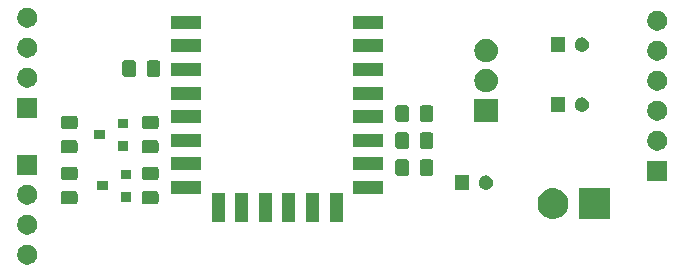
<source format=gbr>
G04 #@! TF.GenerationSoftware,KiCad,Pcbnew,5.1.5+dfsg1-2build2*
G04 #@! TF.CreationDate,2020-08-14T16:11:21+02:00*
G04 #@! TF.ProjectId,carrierboard_aisler,63617272-6965-4726-926f-6172645f6169,1*
G04 #@! TF.SameCoordinates,Original*
G04 #@! TF.FileFunction,Soldermask,Top*
G04 #@! TF.FilePolarity,Negative*
%FSLAX46Y46*%
G04 Gerber Fmt 4.6, Leading zero omitted, Abs format (unit mm)*
G04 Created by KiCad (PCBNEW 5.1.5+dfsg1-2build2) date 2020-08-14 16:11:21*
%MOMM*%
%LPD*%
G04 APERTURE LIST*
%ADD10C,0.152400*%
G04 APERTURE END LIST*
D10*
G36*
X97021934Y-113482664D02*
G01*
X97176625Y-113546739D01*
X97176626Y-113546740D01*
X97315844Y-113639762D01*
X97434238Y-113758156D01*
X97434239Y-113758158D01*
X97527261Y-113897375D01*
X97591336Y-114052066D01*
X97624000Y-114216281D01*
X97624000Y-114383719D01*
X97591336Y-114547934D01*
X97527261Y-114702625D01*
X97527260Y-114702626D01*
X97434238Y-114841844D01*
X97315844Y-114960238D01*
X97245762Y-115007065D01*
X97176625Y-115053261D01*
X97021934Y-115117336D01*
X96857719Y-115150000D01*
X96690281Y-115150000D01*
X96526066Y-115117336D01*
X96371375Y-115053261D01*
X96302238Y-115007065D01*
X96232156Y-114960238D01*
X96113762Y-114841844D01*
X96020740Y-114702626D01*
X96020739Y-114702625D01*
X95956664Y-114547934D01*
X95924000Y-114383719D01*
X95924000Y-114216281D01*
X95956664Y-114052066D01*
X96020739Y-113897375D01*
X96113761Y-113758158D01*
X96113762Y-113758156D01*
X96232156Y-113639762D01*
X96371374Y-113546740D01*
X96371375Y-113546739D01*
X96526066Y-113482664D01*
X96690281Y-113450000D01*
X96857719Y-113450000D01*
X97021934Y-113482664D01*
G37*
G36*
X97021934Y-110942664D02*
G01*
X97176625Y-111006739D01*
X97176626Y-111006740D01*
X97315844Y-111099762D01*
X97434238Y-111218156D01*
X97434239Y-111218158D01*
X97527261Y-111357375D01*
X97591336Y-111512066D01*
X97624000Y-111676281D01*
X97624000Y-111843719D01*
X97591336Y-112007934D01*
X97527261Y-112162625D01*
X97527260Y-112162626D01*
X97434238Y-112301844D01*
X97315844Y-112420238D01*
X97245762Y-112467065D01*
X97176625Y-112513261D01*
X97021934Y-112577336D01*
X96857719Y-112610000D01*
X96690281Y-112610000D01*
X96526066Y-112577336D01*
X96371375Y-112513261D01*
X96302238Y-112467065D01*
X96232156Y-112420238D01*
X96113762Y-112301844D01*
X96020740Y-112162626D01*
X96020739Y-112162625D01*
X95956664Y-112007934D01*
X95924000Y-111843719D01*
X95924000Y-111676281D01*
X95956664Y-111512066D01*
X96020739Y-111357375D01*
X96113761Y-111218158D01*
X96113762Y-111218156D01*
X96232156Y-111099762D01*
X96371374Y-111006740D01*
X96371375Y-111006739D01*
X96526066Y-110942664D01*
X96690281Y-110910000D01*
X96857719Y-110910000D01*
X97021934Y-110942664D01*
G37*
G36*
X121475199Y-111570000D02*
G01*
X120375199Y-111570000D01*
X120375199Y-109070000D01*
X121475199Y-109070000D01*
X121475199Y-111570000D01*
G37*
G36*
X123475199Y-111570000D02*
G01*
X122375199Y-111570000D01*
X122375199Y-109070000D01*
X123475199Y-109070000D01*
X123475199Y-111570000D01*
G37*
G36*
X119475199Y-111570000D02*
G01*
X118375199Y-111570000D01*
X118375199Y-109070000D01*
X119475199Y-109070000D01*
X119475199Y-111570000D01*
G37*
G36*
X115475199Y-111570000D02*
G01*
X114375199Y-111570000D01*
X114375199Y-109070000D01*
X115475199Y-109070000D01*
X115475199Y-111570000D01*
G37*
G36*
X113475199Y-111570000D02*
G01*
X112375199Y-111570000D01*
X112375199Y-109070000D01*
X113475199Y-109070000D01*
X113475199Y-111570000D01*
G37*
G36*
X117475199Y-111570000D02*
G01*
X116375199Y-111570000D01*
X116375199Y-109070000D01*
X117475199Y-109070000D01*
X117475199Y-111570000D01*
G37*
G36*
X146080000Y-111282000D02*
G01*
X143480000Y-111282000D01*
X143480000Y-108682000D01*
X146080000Y-108682000D01*
X146080000Y-111282000D01*
G37*
G36*
X141491758Y-108698653D02*
G01*
X141659196Y-108731958D01*
X141895781Y-108829955D01*
X142108702Y-108972224D01*
X142289776Y-109153298D01*
X142432045Y-109366219D01*
X142530042Y-109602804D01*
X142580000Y-109853961D01*
X142580000Y-110110039D01*
X142530042Y-110361196D01*
X142432045Y-110597781D01*
X142289776Y-110810702D01*
X142108702Y-110991776D01*
X141895781Y-111134045D01*
X141659196Y-111232042D01*
X141491758Y-111265347D01*
X141408040Y-111282000D01*
X141151960Y-111282000D01*
X141068242Y-111265347D01*
X140900804Y-111232042D01*
X140664219Y-111134045D01*
X140451298Y-110991776D01*
X140270224Y-110810702D01*
X140127955Y-110597781D01*
X140029958Y-110361196D01*
X139980000Y-110110039D01*
X139980000Y-109853961D01*
X140029958Y-109602804D01*
X140127955Y-109366219D01*
X140270224Y-109153298D01*
X140451298Y-108972224D01*
X140664219Y-108829955D01*
X140900804Y-108731958D01*
X141068242Y-108698653D01*
X141151960Y-108682000D01*
X141408040Y-108682000D01*
X141491758Y-108698653D01*
G37*
G36*
X97021934Y-108402664D02*
G01*
X97176625Y-108466739D01*
X97176626Y-108466740D01*
X97315844Y-108559762D01*
X97434238Y-108678156D01*
X97434239Y-108678158D01*
X97527261Y-108817375D01*
X97591336Y-108972066D01*
X97624000Y-109136281D01*
X97624000Y-109303719D01*
X97591336Y-109467934D01*
X97527261Y-109622625D01*
X97527260Y-109622626D01*
X97434238Y-109761844D01*
X97315844Y-109880238D01*
X97280774Y-109903671D01*
X97176625Y-109973261D01*
X97021934Y-110037336D01*
X96857719Y-110070000D01*
X96690281Y-110070000D01*
X96526066Y-110037336D01*
X96371375Y-109973261D01*
X96267226Y-109903671D01*
X96232156Y-109880238D01*
X96113762Y-109761844D01*
X96020740Y-109622626D01*
X96020739Y-109622625D01*
X95956664Y-109467934D01*
X95924000Y-109303719D01*
X95924000Y-109136281D01*
X95956664Y-108972066D01*
X96020739Y-108817375D01*
X96113761Y-108678158D01*
X96113762Y-108678156D01*
X96232156Y-108559762D01*
X96371374Y-108466740D01*
X96371375Y-108466739D01*
X96526066Y-108402664D01*
X96690281Y-108370000D01*
X96857719Y-108370000D01*
X97021934Y-108402664D01*
G37*
G36*
X100851471Y-108912497D02*
G01*
X100893026Y-108925103D01*
X100931317Y-108945569D01*
X100964883Y-108973117D01*
X100992431Y-109006683D01*
X101012897Y-109044974D01*
X101025503Y-109086529D01*
X101030000Y-109132192D01*
X101030000Y-109833808D01*
X101025503Y-109879471D01*
X101012897Y-109921026D01*
X100992431Y-109959317D01*
X100964883Y-109992883D01*
X100931317Y-110020431D01*
X100893026Y-110040897D01*
X100851471Y-110053503D01*
X100805808Y-110058000D01*
X99854192Y-110058000D01*
X99808529Y-110053503D01*
X99766974Y-110040897D01*
X99728683Y-110020431D01*
X99695117Y-109992883D01*
X99667569Y-109959317D01*
X99647103Y-109921026D01*
X99634497Y-109879471D01*
X99630000Y-109833808D01*
X99630000Y-109132192D01*
X99634497Y-109086529D01*
X99647103Y-109044974D01*
X99667569Y-109006683D01*
X99695117Y-108973117D01*
X99728683Y-108945569D01*
X99766974Y-108925103D01*
X99808529Y-108912497D01*
X99854192Y-108908000D01*
X100805808Y-108908000D01*
X100851471Y-108912497D01*
G37*
G36*
X107709471Y-108912497D02*
G01*
X107751026Y-108925103D01*
X107789317Y-108945569D01*
X107822883Y-108973117D01*
X107850431Y-109006683D01*
X107870897Y-109044974D01*
X107883503Y-109086529D01*
X107888000Y-109132192D01*
X107888000Y-109833808D01*
X107883503Y-109879471D01*
X107870897Y-109921026D01*
X107850431Y-109959317D01*
X107822883Y-109992883D01*
X107789317Y-110020431D01*
X107751026Y-110040897D01*
X107709471Y-110053503D01*
X107663808Y-110058000D01*
X106712192Y-110058000D01*
X106666529Y-110053503D01*
X106624974Y-110040897D01*
X106586683Y-110020431D01*
X106553117Y-109992883D01*
X106525569Y-109959317D01*
X106505103Y-109921026D01*
X106492497Y-109879471D01*
X106488000Y-109833808D01*
X106488000Y-109132192D01*
X106492497Y-109086529D01*
X106505103Y-109044974D01*
X106525569Y-109006683D01*
X106553117Y-108973117D01*
X106586683Y-108945569D01*
X106624974Y-108925103D01*
X106666529Y-108912497D01*
X106712192Y-108908000D01*
X107663808Y-108908000D01*
X107709471Y-108912497D01*
G37*
G36*
X105590000Y-109808000D02*
G01*
X104690000Y-109808000D01*
X104690000Y-109008000D01*
X105590000Y-109008000D01*
X105590000Y-109808000D01*
G37*
G36*
X111485199Y-109170000D02*
G01*
X108985199Y-109170000D01*
X108985199Y-108070000D01*
X111485199Y-108070000D01*
X111485199Y-109170000D01*
G37*
G36*
X126885199Y-109170000D02*
G01*
X124385199Y-109170000D01*
X124385199Y-108070000D01*
X126885199Y-108070000D01*
X126885199Y-109170000D01*
G37*
G36*
X103590000Y-108858000D02*
G01*
X102690000Y-108858000D01*
X102690000Y-108058000D01*
X103590000Y-108058000D01*
X103590000Y-108858000D01*
G37*
G36*
X135779012Y-107627057D02*
G01*
X135779015Y-107627058D01*
X135779014Y-107627058D01*
X135888207Y-107672287D01*
X135986478Y-107737950D01*
X136070050Y-107821522D01*
X136127833Y-107908000D01*
X136135714Y-107919795D01*
X136180943Y-108028988D01*
X136204000Y-108144904D01*
X136204000Y-108263096D01*
X136180943Y-108379012D01*
X136144605Y-108466739D01*
X136135713Y-108488207D01*
X136070050Y-108586478D01*
X135986478Y-108670050D01*
X135888207Y-108735713D01*
X135888206Y-108735714D01*
X135888205Y-108735714D01*
X135779012Y-108780943D01*
X135663096Y-108804000D01*
X135544904Y-108804000D01*
X135428988Y-108780943D01*
X135319795Y-108735714D01*
X135319794Y-108735714D01*
X135319793Y-108735713D01*
X135221522Y-108670050D01*
X135137950Y-108586478D01*
X135072287Y-108488207D01*
X135063395Y-108466739D01*
X135027057Y-108379012D01*
X135004000Y-108263096D01*
X135004000Y-108144904D01*
X135027057Y-108028988D01*
X135072286Y-107919795D01*
X135080167Y-107908000D01*
X135137950Y-107821522D01*
X135221522Y-107737950D01*
X135319793Y-107672287D01*
X135428986Y-107627058D01*
X135428985Y-107627058D01*
X135428988Y-107627057D01*
X135544904Y-107604000D01*
X135663096Y-107604000D01*
X135779012Y-107627057D01*
G37*
G36*
X134204000Y-108804000D02*
G01*
X133004000Y-108804000D01*
X133004000Y-107604000D01*
X134204000Y-107604000D01*
X134204000Y-108804000D01*
G37*
G36*
X150964000Y-108038000D02*
G01*
X149264000Y-108038000D01*
X149264000Y-106338000D01*
X150964000Y-106338000D01*
X150964000Y-108038000D01*
G37*
G36*
X100851471Y-106862497D02*
G01*
X100893026Y-106875103D01*
X100931317Y-106895569D01*
X100964883Y-106923117D01*
X100992431Y-106956683D01*
X101012897Y-106994974D01*
X101025503Y-107036529D01*
X101030000Y-107082192D01*
X101030000Y-107783808D01*
X101025503Y-107829471D01*
X101012897Y-107871026D01*
X100992431Y-107909317D01*
X100964883Y-107942883D01*
X100931317Y-107970431D01*
X100893026Y-107990897D01*
X100851471Y-108003503D01*
X100805808Y-108008000D01*
X99854192Y-108008000D01*
X99808529Y-108003503D01*
X99766974Y-107990897D01*
X99728683Y-107970431D01*
X99695117Y-107942883D01*
X99667569Y-107909317D01*
X99647103Y-107871026D01*
X99634497Y-107829471D01*
X99630000Y-107783808D01*
X99630000Y-107082192D01*
X99634497Y-107036529D01*
X99647103Y-106994974D01*
X99667569Y-106956683D01*
X99695117Y-106923117D01*
X99728683Y-106895569D01*
X99766974Y-106875103D01*
X99808529Y-106862497D01*
X99854192Y-106858000D01*
X100805808Y-106858000D01*
X100851471Y-106862497D01*
G37*
G36*
X107709471Y-106862497D02*
G01*
X107751026Y-106875103D01*
X107789317Y-106895569D01*
X107822883Y-106923117D01*
X107850431Y-106956683D01*
X107870897Y-106994974D01*
X107883503Y-107036529D01*
X107888000Y-107082192D01*
X107888000Y-107783808D01*
X107883503Y-107829471D01*
X107870897Y-107871026D01*
X107850431Y-107909317D01*
X107822883Y-107942883D01*
X107789317Y-107970431D01*
X107751026Y-107990897D01*
X107709471Y-108003503D01*
X107663808Y-108008000D01*
X106712192Y-108008000D01*
X106666529Y-108003503D01*
X106624974Y-107990897D01*
X106586683Y-107970431D01*
X106553117Y-107942883D01*
X106525569Y-107909317D01*
X106505103Y-107871026D01*
X106492497Y-107829471D01*
X106488000Y-107783808D01*
X106488000Y-107082192D01*
X106492497Y-107036529D01*
X106505103Y-106994974D01*
X106525569Y-106956683D01*
X106553117Y-106923117D01*
X106586683Y-106895569D01*
X106624974Y-106875103D01*
X106666529Y-106862497D01*
X106712192Y-106858000D01*
X107663808Y-106858000D01*
X107709471Y-106862497D01*
G37*
G36*
X105590000Y-107908000D02*
G01*
X104690000Y-107908000D01*
X104690000Y-107108000D01*
X105590000Y-107108000D01*
X105590000Y-107908000D01*
G37*
G36*
X128911471Y-106238497D02*
G01*
X128953026Y-106251103D01*
X128991317Y-106271569D01*
X129024883Y-106299117D01*
X129052431Y-106332683D01*
X129072897Y-106370974D01*
X129085503Y-106412529D01*
X129090000Y-106458192D01*
X129090000Y-107409808D01*
X129085503Y-107455471D01*
X129072897Y-107497026D01*
X129052431Y-107535317D01*
X129024883Y-107568883D01*
X128991317Y-107596431D01*
X128953026Y-107616897D01*
X128911471Y-107629503D01*
X128865808Y-107634000D01*
X128164192Y-107634000D01*
X128118529Y-107629503D01*
X128076974Y-107616897D01*
X128038683Y-107596431D01*
X128005117Y-107568883D01*
X127977569Y-107535317D01*
X127957103Y-107497026D01*
X127944497Y-107455471D01*
X127940000Y-107409808D01*
X127940000Y-106458192D01*
X127944497Y-106412529D01*
X127957103Y-106370974D01*
X127977569Y-106332683D01*
X128005117Y-106299117D01*
X128038683Y-106271569D01*
X128076974Y-106251103D01*
X128118529Y-106238497D01*
X128164192Y-106234000D01*
X128865808Y-106234000D01*
X128911471Y-106238497D01*
G37*
G36*
X130961471Y-106238497D02*
G01*
X131003026Y-106251103D01*
X131041317Y-106271569D01*
X131074883Y-106299117D01*
X131102431Y-106332683D01*
X131122897Y-106370974D01*
X131135503Y-106412529D01*
X131140000Y-106458192D01*
X131140000Y-107409808D01*
X131135503Y-107455471D01*
X131122897Y-107497026D01*
X131102431Y-107535317D01*
X131074883Y-107568883D01*
X131041317Y-107596431D01*
X131003026Y-107616897D01*
X130961471Y-107629503D01*
X130915808Y-107634000D01*
X130214192Y-107634000D01*
X130168529Y-107629503D01*
X130126974Y-107616897D01*
X130088683Y-107596431D01*
X130055117Y-107568883D01*
X130027569Y-107535317D01*
X130007103Y-107497026D01*
X129994497Y-107455471D01*
X129990000Y-107409808D01*
X129990000Y-106458192D01*
X129994497Y-106412529D01*
X130007103Y-106370974D01*
X130027569Y-106332683D01*
X130055117Y-106299117D01*
X130088683Y-106271569D01*
X130126974Y-106251103D01*
X130168529Y-106238497D01*
X130214192Y-106234000D01*
X130915808Y-106234000D01*
X130961471Y-106238497D01*
G37*
G36*
X97624000Y-107530000D02*
G01*
X95924000Y-107530000D01*
X95924000Y-105830000D01*
X97624000Y-105830000D01*
X97624000Y-107530000D01*
G37*
G36*
X111485199Y-107170000D02*
G01*
X108985199Y-107170000D01*
X108985199Y-106070000D01*
X111485199Y-106070000D01*
X111485199Y-107170000D01*
G37*
G36*
X126885199Y-107170000D02*
G01*
X124385199Y-107170000D01*
X124385199Y-106070000D01*
X126885199Y-106070000D01*
X126885199Y-107170000D01*
G37*
G36*
X100851471Y-104594497D02*
G01*
X100893026Y-104607103D01*
X100931317Y-104627569D01*
X100964883Y-104655117D01*
X100992431Y-104688683D01*
X101012897Y-104726974D01*
X101025503Y-104768529D01*
X101030000Y-104814192D01*
X101030000Y-105515808D01*
X101025503Y-105561471D01*
X101012897Y-105603026D01*
X100992431Y-105641317D01*
X100964883Y-105674883D01*
X100931317Y-105702431D01*
X100893026Y-105722897D01*
X100851471Y-105735503D01*
X100805808Y-105740000D01*
X99854192Y-105740000D01*
X99808529Y-105735503D01*
X99766974Y-105722897D01*
X99728683Y-105702431D01*
X99695117Y-105674883D01*
X99667569Y-105641317D01*
X99647103Y-105603026D01*
X99634497Y-105561471D01*
X99630000Y-105515808D01*
X99630000Y-104814192D01*
X99634497Y-104768529D01*
X99647103Y-104726974D01*
X99667569Y-104688683D01*
X99695117Y-104655117D01*
X99728683Y-104627569D01*
X99766974Y-104607103D01*
X99808529Y-104594497D01*
X99854192Y-104590000D01*
X100805808Y-104590000D01*
X100851471Y-104594497D01*
G37*
G36*
X107709471Y-104594497D02*
G01*
X107751026Y-104607103D01*
X107789317Y-104627569D01*
X107822883Y-104655117D01*
X107850431Y-104688683D01*
X107870897Y-104726974D01*
X107883503Y-104768529D01*
X107888000Y-104814192D01*
X107888000Y-105515808D01*
X107883503Y-105561471D01*
X107870897Y-105603026D01*
X107850431Y-105641317D01*
X107822883Y-105674883D01*
X107789317Y-105702431D01*
X107751026Y-105722897D01*
X107709471Y-105735503D01*
X107663808Y-105740000D01*
X106712192Y-105740000D01*
X106666529Y-105735503D01*
X106624974Y-105722897D01*
X106586683Y-105702431D01*
X106553117Y-105674883D01*
X106525569Y-105641317D01*
X106505103Y-105603026D01*
X106492497Y-105561471D01*
X106488000Y-105515808D01*
X106488000Y-104814192D01*
X106492497Y-104768529D01*
X106505103Y-104726974D01*
X106525569Y-104688683D01*
X106553117Y-104655117D01*
X106586683Y-104627569D01*
X106624974Y-104607103D01*
X106666529Y-104594497D01*
X106712192Y-104590000D01*
X107663808Y-104590000D01*
X107709471Y-104594497D01*
G37*
G36*
X150361934Y-103830664D02*
G01*
X150516625Y-103894739D01*
X150516626Y-103894740D01*
X150655844Y-103987762D01*
X150774238Y-104106156D01*
X150803017Y-104149227D01*
X150867261Y-104245375D01*
X150931336Y-104400066D01*
X150964000Y-104564281D01*
X150964000Y-104731719D01*
X150931336Y-104895934D01*
X150867261Y-105050625D01*
X150867260Y-105050626D01*
X150774238Y-105189844D01*
X150655844Y-105308238D01*
X150624816Y-105328970D01*
X150516625Y-105401261D01*
X150361934Y-105465336D01*
X150197719Y-105498000D01*
X150030281Y-105498000D01*
X149866066Y-105465336D01*
X149711375Y-105401261D01*
X149603184Y-105328970D01*
X149572156Y-105308238D01*
X149453762Y-105189844D01*
X149360740Y-105050626D01*
X149360739Y-105050625D01*
X149296664Y-104895934D01*
X149264000Y-104731719D01*
X149264000Y-104564281D01*
X149296664Y-104400066D01*
X149360739Y-104245375D01*
X149424983Y-104149227D01*
X149453762Y-104106156D01*
X149572156Y-103987762D01*
X149711374Y-103894740D01*
X149711375Y-103894739D01*
X149866066Y-103830664D01*
X150030281Y-103798000D01*
X150197719Y-103798000D01*
X150361934Y-103830664D01*
G37*
G36*
X105336000Y-105490000D02*
G01*
X104436000Y-105490000D01*
X104436000Y-104690000D01*
X105336000Y-104690000D01*
X105336000Y-105490000D01*
G37*
G36*
X128911471Y-103952497D02*
G01*
X128953026Y-103965103D01*
X128991317Y-103985569D01*
X129024883Y-104013117D01*
X129052431Y-104046683D01*
X129072897Y-104084974D01*
X129085503Y-104126529D01*
X129090000Y-104172192D01*
X129090000Y-105123808D01*
X129085503Y-105169471D01*
X129072897Y-105211026D01*
X129052431Y-105249317D01*
X129024883Y-105282883D01*
X128991317Y-105310431D01*
X128953026Y-105330897D01*
X128911471Y-105343503D01*
X128865808Y-105348000D01*
X128164192Y-105348000D01*
X128118529Y-105343503D01*
X128076974Y-105330897D01*
X128038683Y-105310431D01*
X128005117Y-105282883D01*
X127977569Y-105249317D01*
X127957103Y-105211026D01*
X127944497Y-105169471D01*
X127940000Y-105123808D01*
X127940000Y-104172192D01*
X127944497Y-104126529D01*
X127957103Y-104084974D01*
X127977569Y-104046683D01*
X128005117Y-104013117D01*
X128038683Y-103985569D01*
X128076974Y-103965103D01*
X128118529Y-103952497D01*
X128164192Y-103948000D01*
X128865808Y-103948000D01*
X128911471Y-103952497D01*
G37*
G36*
X130961471Y-103952497D02*
G01*
X131003026Y-103965103D01*
X131041317Y-103985569D01*
X131074883Y-104013117D01*
X131102431Y-104046683D01*
X131122897Y-104084974D01*
X131135503Y-104126529D01*
X131140000Y-104172192D01*
X131140000Y-105123808D01*
X131135503Y-105169471D01*
X131122897Y-105211026D01*
X131102431Y-105249317D01*
X131074883Y-105282883D01*
X131041317Y-105310431D01*
X131003026Y-105330897D01*
X130961471Y-105343503D01*
X130915808Y-105348000D01*
X130214192Y-105348000D01*
X130168529Y-105343503D01*
X130126974Y-105330897D01*
X130088683Y-105310431D01*
X130055117Y-105282883D01*
X130027569Y-105249317D01*
X130007103Y-105211026D01*
X129994497Y-105169471D01*
X129990000Y-105123808D01*
X129990000Y-104172192D01*
X129994497Y-104126529D01*
X130007103Y-104084974D01*
X130027569Y-104046683D01*
X130055117Y-104013117D01*
X130088683Y-103985569D01*
X130126974Y-103965103D01*
X130168529Y-103952497D01*
X130214192Y-103948000D01*
X130915808Y-103948000D01*
X130961471Y-103952497D01*
G37*
G36*
X126885199Y-105170000D02*
G01*
X124385199Y-105170000D01*
X124385199Y-104070000D01*
X126885199Y-104070000D01*
X126885199Y-105170000D01*
G37*
G36*
X111485199Y-105170000D02*
G01*
X108985199Y-105170000D01*
X108985199Y-104070000D01*
X111485199Y-104070000D01*
X111485199Y-105170000D01*
G37*
G36*
X103336000Y-104540000D02*
G01*
X102436000Y-104540000D01*
X102436000Y-103740000D01*
X103336000Y-103740000D01*
X103336000Y-104540000D01*
G37*
G36*
X107709471Y-102544497D02*
G01*
X107751026Y-102557103D01*
X107789317Y-102577569D01*
X107822883Y-102605117D01*
X107850431Y-102638683D01*
X107870897Y-102676974D01*
X107883503Y-102718529D01*
X107888000Y-102764192D01*
X107888000Y-103465808D01*
X107883503Y-103511471D01*
X107870897Y-103553026D01*
X107850431Y-103591317D01*
X107822883Y-103624883D01*
X107789317Y-103652431D01*
X107751026Y-103672897D01*
X107709471Y-103685503D01*
X107663808Y-103690000D01*
X106712192Y-103690000D01*
X106666529Y-103685503D01*
X106624974Y-103672897D01*
X106586683Y-103652431D01*
X106553117Y-103624883D01*
X106525569Y-103591317D01*
X106505103Y-103553026D01*
X106492497Y-103511471D01*
X106488000Y-103465808D01*
X106488000Y-102764192D01*
X106492497Y-102718529D01*
X106505103Y-102676974D01*
X106525569Y-102638683D01*
X106553117Y-102605117D01*
X106586683Y-102577569D01*
X106624974Y-102557103D01*
X106666529Y-102544497D01*
X106712192Y-102540000D01*
X107663808Y-102540000D01*
X107709471Y-102544497D01*
G37*
G36*
X100851471Y-102544497D02*
G01*
X100893026Y-102557103D01*
X100931317Y-102577569D01*
X100964883Y-102605117D01*
X100992431Y-102638683D01*
X101012897Y-102676974D01*
X101025503Y-102718529D01*
X101030000Y-102764192D01*
X101030000Y-103465808D01*
X101025503Y-103511471D01*
X101012897Y-103553026D01*
X100992431Y-103591317D01*
X100964883Y-103624883D01*
X100931317Y-103652431D01*
X100893026Y-103672897D01*
X100851471Y-103685503D01*
X100805808Y-103690000D01*
X99854192Y-103690000D01*
X99808529Y-103685503D01*
X99766974Y-103672897D01*
X99728683Y-103652431D01*
X99695117Y-103624883D01*
X99667569Y-103591317D01*
X99647103Y-103553026D01*
X99634497Y-103511471D01*
X99630000Y-103465808D01*
X99630000Y-102764192D01*
X99634497Y-102718529D01*
X99647103Y-102676974D01*
X99667569Y-102638683D01*
X99695117Y-102605117D01*
X99728683Y-102577569D01*
X99766974Y-102557103D01*
X99808529Y-102544497D01*
X99854192Y-102540000D01*
X100805808Y-102540000D01*
X100851471Y-102544497D01*
G37*
G36*
X105336000Y-103590000D02*
G01*
X104436000Y-103590000D01*
X104436000Y-102790000D01*
X105336000Y-102790000D01*
X105336000Y-103590000D01*
G37*
G36*
X111485199Y-103170000D02*
G01*
X108985199Y-103170000D01*
X108985199Y-102070000D01*
X111485199Y-102070000D01*
X111485199Y-103170000D01*
G37*
G36*
X126885199Y-103170000D02*
G01*
X124385199Y-103170000D01*
X124385199Y-102070000D01*
X126885199Y-102070000D01*
X126885199Y-103170000D01*
G37*
G36*
X130961471Y-101666497D02*
G01*
X131003026Y-101679103D01*
X131041317Y-101699569D01*
X131074883Y-101727117D01*
X131102431Y-101760683D01*
X131122897Y-101798974D01*
X131135503Y-101840529D01*
X131140000Y-101886192D01*
X131140000Y-102837808D01*
X131135503Y-102883471D01*
X131122897Y-102925026D01*
X131102431Y-102963317D01*
X131074883Y-102996883D01*
X131041317Y-103024431D01*
X131003026Y-103044897D01*
X130961471Y-103057503D01*
X130915808Y-103062000D01*
X130214192Y-103062000D01*
X130168529Y-103057503D01*
X130126974Y-103044897D01*
X130088683Y-103024431D01*
X130055117Y-102996883D01*
X130027569Y-102963317D01*
X130007103Y-102925026D01*
X129994497Y-102883471D01*
X129990000Y-102837808D01*
X129990000Y-101886192D01*
X129994497Y-101840529D01*
X130007103Y-101798974D01*
X130027569Y-101760683D01*
X130055117Y-101727117D01*
X130088683Y-101699569D01*
X130126974Y-101679103D01*
X130168529Y-101666497D01*
X130214192Y-101662000D01*
X130915808Y-101662000D01*
X130961471Y-101666497D01*
G37*
G36*
X128911471Y-101666497D02*
G01*
X128953026Y-101679103D01*
X128991317Y-101699569D01*
X129024883Y-101727117D01*
X129052431Y-101760683D01*
X129072897Y-101798974D01*
X129085503Y-101840529D01*
X129090000Y-101886192D01*
X129090000Y-102837808D01*
X129085503Y-102883471D01*
X129072897Y-102925026D01*
X129052431Y-102963317D01*
X129024883Y-102996883D01*
X128991317Y-103024431D01*
X128953026Y-103044897D01*
X128911471Y-103057503D01*
X128865808Y-103062000D01*
X128164192Y-103062000D01*
X128118529Y-103057503D01*
X128076974Y-103044897D01*
X128038683Y-103024431D01*
X128005117Y-102996883D01*
X127977569Y-102963317D01*
X127957103Y-102925026D01*
X127944497Y-102883471D01*
X127940000Y-102837808D01*
X127940000Y-101886192D01*
X127944497Y-101840529D01*
X127957103Y-101798974D01*
X127977569Y-101760683D01*
X128005117Y-101727117D01*
X128038683Y-101699569D01*
X128076974Y-101679103D01*
X128118529Y-101666497D01*
X128164192Y-101662000D01*
X128865808Y-101662000D01*
X128911471Y-101666497D01*
G37*
G36*
X136636000Y-103060500D02*
G01*
X134636000Y-103060500D01*
X134636000Y-101155500D01*
X136636000Y-101155500D01*
X136636000Y-103060500D01*
G37*
G36*
X150361934Y-101290664D02*
G01*
X150516625Y-101354739D01*
X150516626Y-101354740D01*
X150655844Y-101447762D01*
X150774238Y-101566156D01*
X150774239Y-101566158D01*
X150867261Y-101705375D01*
X150931336Y-101860066D01*
X150964000Y-102024281D01*
X150964000Y-102191719D01*
X150931336Y-102355934D01*
X150867261Y-102510625D01*
X150867260Y-102510626D01*
X150774238Y-102649844D01*
X150655844Y-102768238D01*
X150590348Y-102812001D01*
X150516625Y-102861261D01*
X150361934Y-102925336D01*
X150197719Y-102958000D01*
X150030281Y-102958000D01*
X149866066Y-102925336D01*
X149711375Y-102861261D01*
X149637652Y-102812001D01*
X149572156Y-102768238D01*
X149453762Y-102649844D01*
X149360740Y-102510626D01*
X149360739Y-102510625D01*
X149296664Y-102355934D01*
X149264000Y-102191719D01*
X149264000Y-102024281D01*
X149296664Y-101860066D01*
X149360739Y-101705375D01*
X149453761Y-101566158D01*
X149453762Y-101566156D01*
X149572156Y-101447762D01*
X149711374Y-101354740D01*
X149711375Y-101354739D01*
X149866066Y-101290664D01*
X150030281Y-101258000D01*
X150197719Y-101258000D01*
X150361934Y-101290664D01*
G37*
G36*
X97624000Y-102704000D02*
G01*
X95924000Y-102704000D01*
X95924000Y-101004000D01*
X97624000Y-101004000D01*
X97624000Y-102704000D01*
G37*
G36*
X143907012Y-101023057D02*
G01*
X143907015Y-101023058D01*
X143907014Y-101023058D01*
X144016207Y-101068287D01*
X144114478Y-101133950D01*
X144198050Y-101217522D01*
X144246922Y-101290664D01*
X144263714Y-101315795D01*
X144308943Y-101424988D01*
X144332000Y-101540904D01*
X144332000Y-101659096D01*
X144308943Y-101775012D01*
X144272403Y-101863227D01*
X144263713Y-101884207D01*
X144198050Y-101982478D01*
X144114478Y-102066050D01*
X144016207Y-102131713D01*
X144016206Y-102131714D01*
X144016205Y-102131714D01*
X143907012Y-102176943D01*
X143791096Y-102200000D01*
X143672904Y-102200000D01*
X143556988Y-102176943D01*
X143447795Y-102131714D01*
X143447794Y-102131714D01*
X143447793Y-102131713D01*
X143349522Y-102066050D01*
X143265950Y-101982478D01*
X143200287Y-101884207D01*
X143191597Y-101863227D01*
X143155057Y-101775012D01*
X143132000Y-101659096D01*
X143132000Y-101540904D01*
X143155057Y-101424988D01*
X143200286Y-101315795D01*
X143217078Y-101290664D01*
X143265950Y-101217522D01*
X143349522Y-101133950D01*
X143447793Y-101068287D01*
X143556986Y-101023058D01*
X143556985Y-101023058D01*
X143556988Y-101023057D01*
X143672904Y-101000000D01*
X143791096Y-101000000D01*
X143907012Y-101023057D01*
G37*
G36*
X142332000Y-102200000D02*
G01*
X141132000Y-102200000D01*
X141132000Y-101000000D01*
X142332000Y-101000000D01*
X142332000Y-102200000D01*
G37*
G36*
X126885199Y-101170000D02*
G01*
X124385199Y-101170000D01*
X124385199Y-100070000D01*
X126885199Y-100070000D01*
X126885199Y-101170000D01*
G37*
G36*
X111485199Y-101170000D02*
G01*
X108985199Y-101170000D01*
X108985199Y-100070000D01*
X111485199Y-100070000D01*
X111485199Y-101170000D01*
G37*
G36*
X135870222Y-98629282D02*
G01*
X136049771Y-98683748D01*
X136215238Y-98772192D01*
X136215239Y-98772193D01*
X136215241Y-98772194D01*
X136360278Y-98891222D01*
X136471016Y-99026158D01*
X136479308Y-99036262D01*
X136567752Y-99201729D01*
X136622218Y-99381278D01*
X136640608Y-99568000D01*
X136622218Y-99754722D01*
X136567752Y-99934271D01*
X136496667Y-100067261D01*
X136479306Y-100099741D01*
X136360278Y-100244778D01*
X136215241Y-100363806D01*
X136215239Y-100363807D01*
X136215238Y-100363808D01*
X136049771Y-100452252D01*
X135870222Y-100506718D01*
X135730289Y-100520500D01*
X135541711Y-100520500D01*
X135401778Y-100506718D01*
X135222229Y-100452252D01*
X135056762Y-100363808D01*
X135056761Y-100363807D01*
X135056759Y-100363806D01*
X134911722Y-100244778D01*
X134792694Y-100099741D01*
X134775333Y-100067261D01*
X134704248Y-99934271D01*
X134649782Y-99754722D01*
X134631392Y-99568000D01*
X134649782Y-99381278D01*
X134704248Y-99201729D01*
X134792692Y-99036262D01*
X134800984Y-99026158D01*
X134911722Y-98891222D01*
X135056759Y-98772194D01*
X135056761Y-98772193D01*
X135056762Y-98772192D01*
X135222229Y-98683748D01*
X135401778Y-98629282D01*
X135541711Y-98615500D01*
X135730289Y-98615500D01*
X135870222Y-98629282D01*
G37*
G36*
X150361934Y-98750664D02*
G01*
X150516625Y-98814739D01*
X150516626Y-98814740D01*
X150655844Y-98907762D01*
X150774238Y-99026156D01*
X150800905Y-99066066D01*
X150867261Y-99165375D01*
X150931336Y-99320066D01*
X150964000Y-99484281D01*
X150964000Y-99651719D01*
X150931336Y-99815934D01*
X150867261Y-99970625D01*
X150867260Y-99970626D01*
X150774238Y-100109844D01*
X150655844Y-100228238D01*
X150631090Y-100244778D01*
X150516625Y-100321261D01*
X150361934Y-100385336D01*
X150197719Y-100418000D01*
X150030281Y-100418000D01*
X149866066Y-100385336D01*
X149711375Y-100321261D01*
X149596910Y-100244778D01*
X149572156Y-100228238D01*
X149453762Y-100109844D01*
X149360740Y-99970626D01*
X149360739Y-99970625D01*
X149296664Y-99815934D01*
X149264000Y-99651719D01*
X149264000Y-99484281D01*
X149296664Y-99320066D01*
X149360739Y-99165375D01*
X149427095Y-99066066D01*
X149453762Y-99026156D01*
X149572156Y-98907762D01*
X149711374Y-98814740D01*
X149711375Y-98814739D01*
X149866066Y-98750664D01*
X150030281Y-98718000D01*
X150197719Y-98718000D01*
X150361934Y-98750664D01*
G37*
G36*
X97021934Y-98496664D02*
G01*
X97176625Y-98560739D01*
X97176626Y-98560740D01*
X97315844Y-98653762D01*
X97434238Y-98772156D01*
X97481065Y-98842238D01*
X97527261Y-98911375D01*
X97591336Y-99066066D01*
X97624000Y-99230281D01*
X97624000Y-99397719D01*
X97591336Y-99561934D01*
X97527261Y-99716625D01*
X97527260Y-99716626D01*
X97434238Y-99855844D01*
X97315844Y-99974238D01*
X97245762Y-100021065D01*
X97176625Y-100067261D01*
X97021934Y-100131336D01*
X96857719Y-100164000D01*
X96690281Y-100164000D01*
X96526066Y-100131336D01*
X96371375Y-100067261D01*
X96302238Y-100021065D01*
X96232156Y-99974238D01*
X96113762Y-99855844D01*
X96020740Y-99716626D01*
X96020739Y-99716625D01*
X95956664Y-99561934D01*
X95924000Y-99397719D01*
X95924000Y-99230281D01*
X95956664Y-99066066D01*
X96020739Y-98911375D01*
X96066935Y-98842238D01*
X96113762Y-98772156D01*
X96232156Y-98653762D01*
X96371374Y-98560740D01*
X96371375Y-98560739D01*
X96526066Y-98496664D01*
X96690281Y-98464000D01*
X96857719Y-98464000D01*
X97021934Y-98496664D01*
G37*
G36*
X105797471Y-97856497D02*
G01*
X105839026Y-97869103D01*
X105877317Y-97889569D01*
X105910883Y-97917117D01*
X105938431Y-97950683D01*
X105958897Y-97988974D01*
X105971503Y-98030529D01*
X105976000Y-98076192D01*
X105976000Y-99027808D01*
X105971503Y-99073471D01*
X105958897Y-99115026D01*
X105938431Y-99153317D01*
X105910883Y-99186883D01*
X105877317Y-99214431D01*
X105839026Y-99234897D01*
X105797471Y-99247503D01*
X105751808Y-99252000D01*
X105050192Y-99252000D01*
X105004529Y-99247503D01*
X104962974Y-99234897D01*
X104924683Y-99214431D01*
X104891117Y-99186883D01*
X104863569Y-99153317D01*
X104843103Y-99115026D01*
X104830497Y-99073471D01*
X104826000Y-99027808D01*
X104826000Y-98076192D01*
X104830497Y-98030529D01*
X104843103Y-97988974D01*
X104863569Y-97950683D01*
X104891117Y-97917117D01*
X104924683Y-97889569D01*
X104962974Y-97869103D01*
X105004529Y-97856497D01*
X105050192Y-97852000D01*
X105751808Y-97852000D01*
X105797471Y-97856497D01*
G37*
G36*
X107847471Y-97856497D02*
G01*
X107889026Y-97869103D01*
X107927317Y-97889569D01*
X107960883Y-97917117D01*
X107988431Y-97950683D01*
X108008897Y-97988974D01*
X108021503Y-98030529D01*
X108026000Y-98076192D01*
X108026000Y-99027808D01*
X108021503Y-99073471D01*
X108008897Y-99115026D01*
X107988431Y-99153317D01*
X107960883Y-99186883D01*
X107927317Y-99214431D01*
X107889026Y-99234897D01*
X107847471Y-99247503D01*
X107801808Y-99252000D01*
X107100192Y-99252000D01*
X107054529Y-99247503D01*
X107012974Y-99234897D01*
X106974683Y-99214431D01*
X106941117Y-99186883D01*
X106913569Y-99153317D01*
X106893103Y-99115026D01*
X106880497Y-99073471D01*
X106876000Y-99027808D01*
X106876000Y-98076192D01*
X106880497Y-98030529D01*
X106893103Y-97988974D01*
X106913569Y-97950683D01*
X106941117Y-97917117D01*
X106974683Y-97889569D01*
X107012974Y-97869103D01*
X107054529Y-97856497D01*
X107100192Y-97852000D01*
X107801808Y-97852000D01*
X107847471Y-97856497D01*
G37*
G36*
X126885199Y-99170000D02*
G01*
X124385199Y-99170000D01*
X124385199Y-98070000D01*
X126885199Y-98070000D01*
X126885199Y-99170000D01*
G37*
G36*
X111485199Y-99170000D02*
G01*
X108985199Y-99170000D01*
X108985199Y-98070000D01*
X111485199Y-98070000D01*
X111485199Y-99170000D01*
G37*
G36*
X135870222Y-96089282D02*
G01*
X136049771Y-96143748D01*
X136215238Y-96232192D01*
X136215239Y-96232193D01*
X136215241Y-96232194D01*
X136360278Y-96351222D01*
X136471016Y-96486158D01*
X136479308Y-96496262D01*
X136567752Y-96661729D01*
X136622218Y-96841278D01*
X136640608Y-97028000D01*
X136622218Y-97214722D01*
X136567752Y-97394271D01*
X136496667Y-97527261D01*
X136479306Y-97559741D01*
X136360278Y-97704778D01*
X136215241Y-97823806D01*
X136215239Y-97823807D01*
X136215238Y-97823808D01*
X136049771Y-97912252D01*
X135870222Y-97966718D01*
X135730289Y-97980500D01*
X135541711Y-97980500D01*
X135401778Y-97966718D01*
X135222229Y-97912252D01*
X135056762Y-97823808D01*
X135056761Y-97823807D01*
X135056759Y-97823806D01*
X134911722Y-97704778D01*
X134792694Y-97559741D01*
X134775333Y-97527261D01*
X134704248Y-97394271D01*
X134649782Y-97214722D01*
X134631392Y-97028000D01*
X134649782Y-96841278D01*
X134704248Y-96661729D01*
X134792692Y-96496262D01*
X134800984Y-96486158D01*
X134911722Y-96351222D01*
X135056759Y-96232194D01*
X135056761Y-96232193D01*
X135056762Y-96232192D01*
X135222229Y-96143748D01*
X135401778Y-96089282D01*
X135541711Y-96075500D01*
X135730289Y-96075500D01*
X135870222Y-96089282D01*
G37*
G36*
X150361934Y-96210664D02*
G01*
X150516625Y-96274739D01*
X150516626Y-96274740D01*
X150655844Y-96367762D01*
X150774238Y-96486156D01*
X150800905Y-96526066D01*
X150867261Y-96625375D01*
X150931336Y-96780066D01*
X150964000Y-96944281D01*
X150964000Y-97111719D01*
X150931336Y-97275934D01*
X150867261Y-97430625D01*
X150867260Y-97430626D01*
X150774238Y-97569844D01*
X150655844Y-97688238D01*
X150631090Y-97704778D01*
X150516625Y-97781261D01*
X150361934Y-97845336D01*
X150197719Y-97878000D01*
X150030281Y-97878000D01*
X149866066Y-97845336D01*
X149711375Y-97781261D01*
X149596910Y-97704778D01*
X149572156Y-97688238D01*
X149453762Y-97569844D01*
X149360740Y-97430626D01*
X149360739Y-97430625D01*
X149296664Y-97275934D01*
X149264000Y-97111719D01*
X149264000Y-96944281D01*
X149296664Y-96780066D01*
X149360739Y-96625375D01*
X149427095Y-96526066D01*
X149453762Y-96486156D01*
X149572156Y-96367762D01*
X149711374Y-96274740D01*
X149711375Y-96274739D01*
X149866066Y-96210664D01*
X150030281Y-96178000D01*
X150197719Y-96178000D01*
X150361934Y-96210664D01*
G37*
G36*
X97021934Y-95956664D02*
G01*
X97176625Y-96020739D01*
X97176626Y-96020740D01*
X97315844Y-96113762D01*
X97434238Y-96232156D01*
X97481065Y-96302238D01*
X97527261Y-96371375D01*
X97591336Y-96526066D01*
X97624000Y-96690281D01*
X97624000Y-96857719D01*
X97591336Y-97021934D01*
X97527261Y-97176625D01*
X97527260Y-97176626D01*
X97434238Y-97315844D01*
X97315844Y-97434238D01*
X97245762Y-97481065D01*
X97176625Y-97527261D01*
X97021934Y-97591336D01*
X96857719Y-97624000D01*
X96690281Y-97624000D01*
X96526066Y-97591336D01*
X96371375Y-97527261D01*
X96302238Y-97481065D01*
X96232156Y-97434238D01*
X96113762Y-97315844D01*
X96020740Y-97176626D01*
X96020739Y-97176625D01*
X95956664Y-97021934D01*
X95924000Y-96857719D01*
X95924000Y-96690281D01*
X95956664Y-96526066D01*
X96020739Y-96371375D01*
X96066935Y-96302238D01*
X96113762Y-96232156D01*
X96232156Y-96113762D01*
X96371374Y-96020740D01*
X96371375Y-96020739D01*
X96526066Y-95956664D01*
X96690281Y-95924000D01*
X96857719Y-95924000D01*
X97021934Y-95956664D01*
G37*
G36*
X126885199Y-97170000D02*
G01*
X124385199Y-97170000D01*
X124385199Y-96070000D01*
X126885199Y-96070000D01*
X126885199Y-97170000D01*
G37*
G36*
X111485199Y-97170000D02*
G01*
X108985199Y-97170000D01*
X108985199Y-96070000D01*
X111485199Y-96070000D01*
X111485199Y-97170000D01*
G37*
G36*
X143907012Y-95943057D02*
G01*
X144016205Y-95988286D01*
X144016207Y-95988287D01*
X144114478Y-96053950D01*
X144198050Y-96137522D01*
X144261284Y-96232158D01*
X144263714Y-96235795D01*
X144308943Y-96344988D01*
X144332000Y-96460904D01*
X144332000Y-96579096D01*
X144308943Y-96695012D01*
X144263714Y-96804205D01*
X144263713Y-96804207D01*
X144198050Y-96902478D01*
X144114478Y-96986050D01*
X144016207Y-97051713D01*
X144016206Y-97051714D01*
X144016205Y-97051714D01*
X143907012Y-97096943D01*
X143791096Y-97120000D01*
X143672904Y-97120000D01*
X143556988Y-97096943D01*
X143447795Y-97051714D01*
X143447794Y-97051714D01*
X143447793Y-97051713D01*
X143349522Y-96986050D01*
X143265950Y-96902478D01*
X143200287Y-96804207D01*
X143200286Y-96804205D01*
X143155057Y-96695012D01*
X143132000Y-96579096D01*
X143132000Y-96460904D01*
X143155057Y-96344988D01*
X143200286Y-96235795D01*
X143202716Y-96232158D01*
X143265950Y-96137522D01*
X143349522Y-96053950D01*
X143447793Y-95988287D01*
X143447795Y-95988286D01*
X143556988Y-95943057D01*
X143672904Y-95920000D01*
X143791096Y-95920000D01*
X143907012Y-95943057D01*
G37*
G36*
X142332000Y-97120000D02*
G01*
X141132000Y-97120000D01*
X141132000Y-95920000D01*
X142332000Y-95920000D01*
X142332000Y-97120000D01*
G37*
G36*
X150361934Y-93670664D02*
G01*
X150516625Y-93734739D01*
X150516626Y-93734740D01*
X150655844Y-93827762D01*
X150774238Y-93946156D01*
X150800905Y-93986066D01*
X150867261Y-94085375D01*
X150931336Y-94240066D01*
X150964000Y-94404281D01*
X150964000Y-94571719D01*
X150931336Y-94735934D01*
X150867261Y-94890625D01*
X150867260Y-94890626D01*
X150774238Y-95029844D01*
X150655844Y-95148238D01*
X150585762Y-95195065D01*
X150516625Y-95241261D01*
X150361934Y-95305336D01*
X150197719Y-95338000D01*
X150030281Y-95338000D01*
X149866066Y-95305336D01*
X149711375Y-95241261D01*
X149642238Y-95195065D01*
X149572156Y-95148238D01*
X149453762Y-95029844D01*
X149360740Y-94890626D01*
X149360739Y-94890625D01*
X149296664Y-94735934D01*
X149264000Y-94571719D01*
X149264000Y-94404281D01*
X149296664Y-94240066D01*
X149360739Y-94085375D01*
X149427095Y-93986066D01*
X149453762Y-93946156D01*
X149572156Y-93827762D01*
X149711374Y-93734740D01*
X149711375Y-93734739D01*
X149866066Y-93670664D01*
X150030281Y-93638000D01*
X150197719Y-93638000D01*
X150361934Y-93670664D01*
G37*
G36*
X111485199Y-95170000D02*
G01*
X108985199Y-95170000D01*
X108985199Y-94070000D01*
X111485199Y-94070000D01*
X111485199Y-95170000D01*
G37*
G36*
X126885199Y-95170000D02*
G01*
X124385199Y-95170000D01*
X124385199Y-94070000D01*
X126885199Y-94070000D01*
X126885199Y-95170000D01*
G37*
G36*
X97021934Y-93416664D02*
G01*
X97176625Y-93480739D01*
X97176626Y-93480740D01*
X97315844Y-93573762D01*
X97434238Y-93692156D01*
X97481065Y-93762238D01*
X97527261Y-93831375D01*
X97591336Y-93986066D01*
X97624000Y-94150281D01*
X97624000Y-94317719D01*
X97591336Y-94481934D01*
X97527261Y-94636625D01*
X97527260Y-94636626D01*
X97434238Y-94775844D01*
X97315844Y-94894238D01*
X97245762Y-94941065D01*
X97176625Y-94987261D01*
X97021934Y-95051336D01*
X96857719Y-95084000D01*
X96690281Y-95084000D01*
X96526066Y-95051336D01*
X96371375Y-94987261D01*
X96302238Y-94941065D01*
X96232156Y-94894238D01*
X96113762Y-94775844D01*
X96020740Y-94636626D01*
X96020739Y-94636625D01*
X95956664Y-94481934D01*
X95924000Y-94317719D01*
X95924000Y-94150281D01*
X95956664Y-93986066D01*
X96020739Y-93831375D01*
X96066935Y-93762238D01*
X96113762Y-93692156D01*
X96232156Y-93573762D01*
X96371374Y-93480740D01*
X96371375Y-93480739D01*
X96526066Y-93416664D01*
X96690281Y-93384000D01*
X96857719Y-93384000D01*
X97021934Y-93416664D01*
G37*
M02*

</source>
